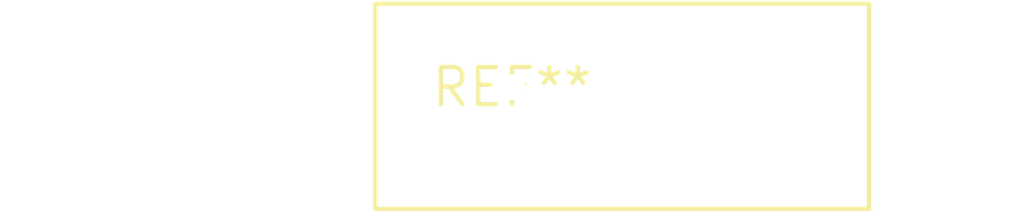
<source format=kicad_pcb>
(kicad_pcb (version 20240108) (generator pcbnew)
  (layers (0 "F.Cu" signal) (31 "B.Cu" signal) (34 "B.Paste" user) (35 "F.Paste" user) (36 "B.SilkS" user "B.Silkscreen") (37 "F.SilkS" user "F.Silkscreen") (38 "B.Mask" user) (39 "F.Mask" user) (44 "Edge.Cuts" user))
  (net 0 "")
  (footprint "RV_Disc_D16.5mm_W6.7mm_P7.5mm" (layer "F.Cu") (at 0 0)
    (property "Reference" "REF**")
    (property "Value" "RV_Disc_D16.5mm_W6.7mm_P7.5mm")
    (fp_line (start -4.65 -2.85) (end -4.65 4.15) (layer "F.SilkS") (stroke (width 0.15)))
    (fp_line (start -4.65 -2.85) (end 12.15 -2.85) (layer "F.SilkS") (stroke (width 0.15)))
    (fp_line (start -4.65 4.15) (end 12.15 4.15) (layer "F.SilkS") (stroke (width 0.15)))
    (fp_line (start 12.15 -2.85) (end 12.15 4.15) (layer "F.SilkS") (stroke (width 0.15)))
    (pad "1" thru_hole circle (at 0 0) (size 1.8 1.8) (drill 0.9) (layers *.Cu *.Mask) (remove_unused_layers))
    (pad "2" thru_hole circle (at 7.5 1.3) (size 1.8 1.8) (drill 0.9) (layers *.Cu *.Mask) (remove_unused_layers))
  )
)
</source>
